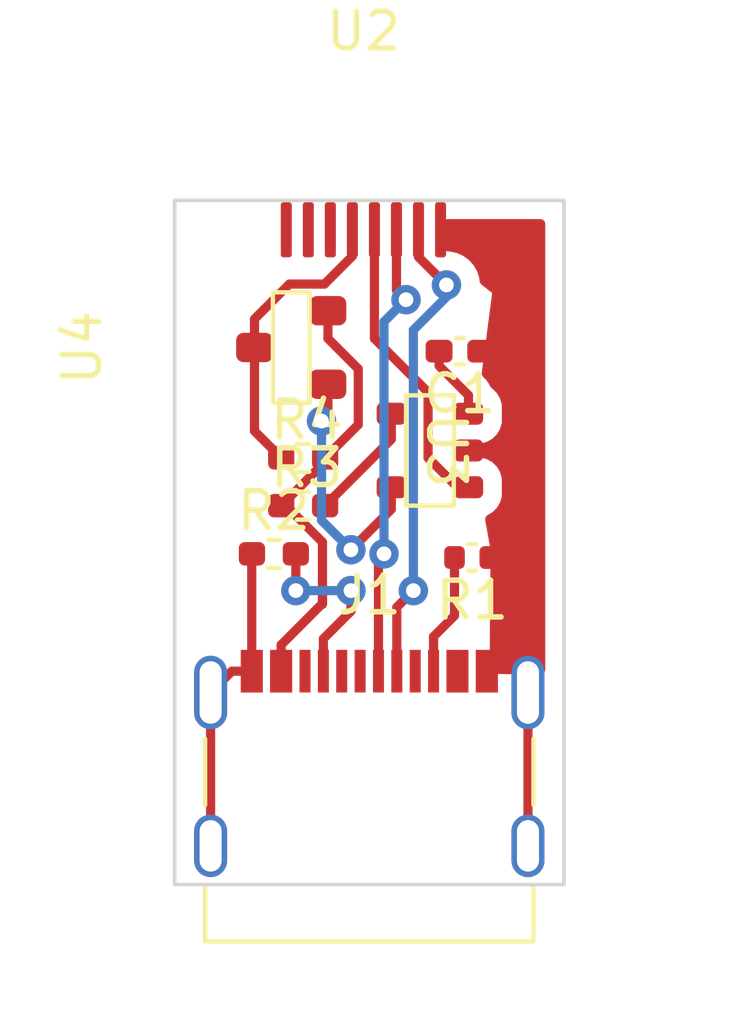
<source format=kicad_pcb>
(kicad_pcb (version 20211014) (generator pcbnew)
  (layers (0 "F.Cu" signal) (31 "B.Cu" signal) (34 "B.Paste" user) (35 "F.Paste" user) (36 "B.SilkS" user "B.Silkscreen") (37 "F.SilkS" user "F.Silkscreen") (38 "B.Mask" user) (39 "F.Mask" user) (44 "Edge.Cuts" user))
  (net 0 "")
  (net 1 "Net-(C1-Pad2)")
  (net 2 "Net-(C1-Pad1)")
  (net 3 "Net-(J1-PadA5)")
  (net 5 "Net-(J1-PadA4)")
  (net 7 "Net-(J1-PadB5)")
  (net 8 "Net-(J1-PadA7)")
  (net 11 "Net-(J1-PadB6)")
  (net 12 "Net-(R3-Pad1)")
  (net 13 "Net-(R4-Pad2)")
  (net 14 "Net-(U2-Pad5)")
  (net 16 "Net-(U3-Pad6)")
  (footprint "Resistor_SMD:R_0402_1005Metric_Pad0.72x0.64mm_HandSolder" (layer "F.Cu") (at 153.3 77.1 180)
    (fp_text reference "R3" (at -0.1 1.03) (layer "F.SilkS"))
    (fp_text value "R")
    (fp_line (start -0.167621 -0.38) (end 0.167621 -0.38) (layer "F.SilkS") (width 0.12))
    (fp_line (start -0.167621 0.38) (end 0.167621 0.38) (layer "F.SilkS") (width 0.12))
    (pad "1" smd roundrect (at -0.5975 0 180) (size 0.715 0.64) (layers "F.Cu" "F.Paste" "F.Mask") (net 12 "Net-(R3-Pad1)"))
    (pad "2" smd roundrect (at 0.5975 0 180) (size 0.715 0.64) (layers "F.Cu" "F.Paste" "F.Mask") (net 5 "Net-(J1-PadA4)"))
  )
  (footprint "TypeCtoLightning:USBTypeCtoLightning3415" (layer "F.Cu") (at 147.775 72.8 90)
    (fp_text reference "U4" (at 0 -0.5 90 unlocked) (layer "F.SilkS"))
    (fp_text value "3415")
    (fp_rect (start -1.5 5.7) (end 1.5 4.7) (layer "F.SilkS") (width 0.12) (fill none))
    (pad "1" smd roundrect (at -1 6.2 270) (size 0.8 1) (layers "F.Cu" "F.Paste" "F.Mask") (net 16 "Net-(U3-Pad6)"))
    (pad "2" smd roundrect (at 1 6.2 270) (size 0.8 1) (layers "F.Cu" "F.Paste" "F.Mask") (net 5 "Net-(J1-PadA4)"))
    (pad "3" smd roundrect (at 0 4.2 270) (size 0.8 1) (layers "F.Cu" "F.Paste" "F.Mask") (net 13 "Net-(R4-Pad2)"))
  )
  (footprint "Resistor_SMD:R_0402_1005Metric_Pad0.72x0.64mm_HandSolder" (layer "F.Cu") (at 152.5025 78.41)
    (fp_text reference "R2" (at 0 -1.17) (layer "F.SilkS"))
    (fp_text value "5.12k")
    (fp_line (start -0.167621 -0.38) (end 0.167621 -0.38) (layer "F.SilkS") (width 0.12))
    (fp_line (start -0.167621 0.38) (end 0.167621 0.38) (layer "F.SilkS") (width 0.12))
    (pad "1" smd roundrect (at -0.5975 0) (size 0.715 0.64) (layers "F.Cu" "F.Paste" "F.Mask") (net 2 "Net-(C1-Pad1)"))
    (pad "2" smd roundrect (at 0.5975 0) (size 0.715 0.64) (layers "F.Cu" "F.Paste" "F.Mask") (net 3 "Net-(J1-PadA5)"))
  )
  (footprint "TypeCtoLightning:USBTypeCtoLightinngMosfet" (layer "F.Cu") (at 156.7 75.6 -90)
    (fp_text reference "U3" (at 0 -0.5 -90 unlocked) (layer "F.SilkS"))
    (fp_text value "AD509")
    (fp_rect (start -1.5 -0.7) (end 1.5 0.6) (layer "F.SilkS") (width 0.12) (fill none))
    (pad "1" smd roundrect (at -1 -1.1 90) (size 0.6 0.8) (layers "F.Cu" "F.Paste" "F.Mask") (net 1 "Net-(C1-Pad2)"))
    (pad "2" smd roundrect (at 0 -1.1 90) (size 0.6 0.8) (layers "F.Cu" "F.Paste" "F.Mask") (net 2 "Net-(C1-Pad1)"))
    (pad "3" smd roundrect (at 1 -1.1 90) (size 0.6 0.8) (layers "F.Cu" "F.Paste" "F.Mask") (net 14 "Net-(U2-Pad5)"))
    (pad "4" smd roundrect (at -1 1 90) (size 0.6 0.8) (layers "F.Cu" "F.Paste" "F.Mask") (net 12 "Net-(R3-Pad1)"))
    (pad "6" smd roundrect (at 1 1 90) (size 0.6 0.8) (layers "F.Cu" "F.Paste" "F.Mask") (net 16 "Net-(U3-Pad6)"))
  )
  (footprint "Connector_USB:USB_C_Receptacle_Palconn_UTC16-G" (layer "F.Cu") (at 155.1 84.11)
    (fp_text reference "J1" (at 0 -4.58) (layer "F.SilkS"))
    (fp_text value "USB_C_Receptacle_USB2.0")
    (fp_line (start -4.47 -0.67) (end -4.47 1.13) (layer "F.SilkS") (width 0.12))
    (fp_line (start 4.47 4.84) (end -4.47 4.84) (layer "F.SilkS") (width 0.12))
    (fp_line (start -4.47 4.84) (end -4.47 3.38) (layer "F.SilkS") (width 0.12))
    (fp_line (start 4.47 -0.67) (end 4.47 1.13) (layer "F.SilkS") (width 0.12))
    (fp_line (start 4.47 4.84) (end 4.47 3.38) (layer "F.SilkS") (width 0.12))
    (pad "" np_thru_hole circle (at -2.89 -1.45 180) (size 0.6 0.6) (drill 0.6) (layers *.Cu *.Mask))
    (pad "" np_thru_hole circle (at 2.89 -1.45 180) (size 0.6 0.6) (drill 0.6) (layers *.Cu *.Mask))
    (pad "A1" smd rect (at -3.2 -2.51) (size 0.6 1.16) (layers "F.Cu" "F.Paste" "F.Mask") (net 2 "Net-(C1-Pad1)"))
    (pad "A4" smd rect (at -2.4 -2.51) (size 0.6 1.16) (layers "F.Cu" "F.Paste" "F.Mask") (net 5 "Net-(J1-PadA4)"))
    (pad "A5" smd rect (at -1.25 -2.51 180) (size 0.3 1.16) (layers "F.Cu" "F.Paste" "F.Mask") (net 3 "Net-(J1-PadA5)"))
    (pad "A6" smd rect (at -0.25 -2.51 180) (size 0.3 1.16) (layers "F.Cu" "F.Paste" "F.Mask"))
    (pad "A7" smd rect (at 0.25 -2.51 180) (size 0.3 1.16) (layers "F.Cu" "F.Paste" "F.Mask") (net 8 "Net-(J1-PadA7)"))
    (pad "A8" smd rect (at 1.25 -2.51 180) (size 0.3 1.16) (layers "F.Cu" "F.Paste" "F.Mask"))
    (pad "A9" smd rect (at 2.4 -2.51) (size 0.6 1.16) (layers "F.Cu" "F.Paste" "F.Mask") (net 5 "Net-(J1-PadA4)"))
    (pad "A12" smd rect (at 3.2 -2.51) (size 0.6 1.16) (layers "F.Cu" "F.Paste" "F.Mask") (net 2 "Net-(C1-Pad1)"))
    (pad "B1" smd rect (at 3.2 -2.51) (size 0.6 1.16) (layers "F.Cu" "F.Paste" "F.Mask") (net 2 "Net-(C1-Pad1)"))
    (pad "B4" smd rect (at 2.4 -2.51) (size 0.6 1.16) (layers "F.Cu" "F.Paste" "F.Mask") (net 5 "Net-(J1-PadA4)"))
    (pad "B5" smd rect (at 1.75 -2.51 180) (size 0.3 1.16) (layers "F.Cu" "F.Paste" "F.Mask") (net 7 "Net-(J1-PadB5)"))
    (pad "B6" smd rect (at 0.75 -2.51 180) (size 0.3 1.16) (layers "F.Cu" "F.Paste" "F.Mask") (net 11 "Net-(J1-PadB6)"))
    (pad "B7" smd rect (at -0.75 -2.51 180) (size 0.3 1.16) (layers "F.Cu" "F.Paste" "F.Mask"))
    (pad "B8" smd rect (at -1.75 -2.51 180) (size 0.3 1.16) (layers "F.Cu" "F.Paste" "F.Mask"))
    (pad "B9" smd rect (at -2.4 -2.51) (size 0.6 1.16) (layers "F.Cu" "F.Paste" "F.Mask") (net 5 "Net-(J1-PadA4)"))
    (pad "B12" smd rect (at -3.2 -2.51) (size 0.6 1.16) (layers "F.Cu" "F.Paste" "F.Mask") (net 2 "Net-(C1-Pad1)"))
    (pad "S1" thru_hole oval (at -4.32 -1.93 90) (size 2 0.9) (drill oval 1.7 0.6) (layers *.Cu *.Mask) (net 2 "Net-(C1-Pad1)"))
    (pad "S1" thru_hole oval (at 4.32 -1.93 90) (size 2 0.9) (drill oval 1.7 0.6) (layers *.Cu *.Mask) (net 2 "Net-(C1-Pad1)"))
    (pad "S1" thru_hole oval (at 4.32 2.24 90) (size 1.7 0.9) (drill oval 1.4 0.6) (layers *.Cu *.Mask) (net 2 "Net-(C1-Pad1)"))
    (pad "S1" thru_hole oval (at -4.32 2.24 90) (size 1.7 0.9) (drill oval 1.4 0.6) (layers *.Cu *.Mask) (net 2 "Net-(C1-Pad1)"))
  )
  (footprint "Capacitor_SMD:C_0402_1005Metric_Pad0.74x0.62mm_HandSolder" (layer "F.Cu") (at 157.5675 72.9 180)
    (fp_text reference "C1" (at 0 -1.16) (layer "F.SilkS"))
    (fp_text value "C")
    (fp_line (start -0.115835 0.36) (end 0.115835 0.36) (layer "F.SilkS") (width 0.12))
    (fp_line (start -0.115835 -0.36) (end 0.115835 -0.36) (layer "F.SilkS") (width 0.12))
    (pad "1" smd roundrect (at -0.5675 0 180) (size 0.735 0.62) (layers "F.Cu" "F.Paste" "F.Mask") (net 2 "Net-(C1-Pad1)"))
    (pad "2" smd roundrect (at 0.5675 0 180) (size 0.735 0.62) (layers "F.Cu" "F.Paste" "F.Mask") (net 1 "Net-(C1-Pad2)"))
  )
  (footprint "Resistor_SMD:R_0402_1005Metric_Pad0.72x0.64mm_HandSolder" (layer "F.Cu") (at 153.3 75.8 180)
    (fp_text reference "R4" (at -0.1 1.03) (layer "F.SilkS"))
    (fp_text value "R")
    (fp_line (start -0.167621 -0.38) (end 0.167621 -0.38) (layer "F.SilkS") (width 0.12))
    (fp_line (start -0.167621 0.38) (end 0.167621 0.38) (layer "F.SilkS") (width 0.12))
    (pad "1" smd roundrect (at -0.5975 0 180) (size 0.715 0.64) (layers "F.Cu" "F.Paste" "F.Mask") (net 5 "Net-(J1-PadA4)"))
    (pad "2" smd roundrect (at 0.5975 0 180) (size 0.715 0.64) (layers "F.Cu" "F.Paste" "F.Mask") (net 13 "Net-(R4-Pad2)"))
  )
  (footprint "Capacitor_SMD:C_0402_1005Metric" (layer "F.Cu") (at 157.9 78.51 180)
    (fp_text reference "R1" (at 0 -1.16 180) (layer "F.SilkS"))
    (fp_text value "5.12k")
    (fp_line (start -0.107836 0.36) (end 0.107836 0.36) (layer "F.SilkS") (width 0.12))
    (fp_line (start -0.107836 -0.36) (end 0.107836 -0.36) (layer "F.SilkS") (width 0.12))
    (pad "1" smd roundrect (at -0.48 0 180) (size 0.56 0.62) (layers "F.Cu" "F.Paste" "F.Mask") (net 2 "Net-(C1-Pad1)"))
    (pad "2" smd roundrect (at 0.48 0 180) (size 0.56 0.62) (layers "F.Cu" "F.Paste" "F.Mask") (net 7 "Net-(J1-PadB5)"))
  )
  (footprint "TypeCtoLightning:Lightning" (layer "F.Cu") (at 154.94 64.7)
    (fp_text reference "U2" (at 0 -0.5 unlocked) (layer "F.SilkS"))
    (fp_text value "LightningPlug8Pin")
    (pad "1" smd roundrect (at -2.1 4.9 180) (size 0.3 1.5) (layers "F.Cu" "F.Paste" "F.Mask"))
    (pad "2" smd roundrect (at -1.5 4.9 180) (size 0.3 1.5) (layers "F.Cu" "F.Paste" "F.Mask"))
    (pad "3" smd roundrect (at -0.9 4.9 180) (size 0.3 1.5) (layers "F.Cu" "F.Paste" "F.Mask"))
    (pad "4" smd roundrect (at -0.3 4.9 180) (size 0.3 1.5) (layers "F.Cu" "F.Paste" "F.Mask") (net 13 "Net-(R4-Pad2)"))
    (pad "5" smd roundrect (at 0.3 4.9 180) (size 0.3 1.5) (layers "F.Cu" "F.Paste" "F.Mask") (net 14 "Net-(U2-Pad5)"))
    (pad "6" smd roundrect (at 0.9 4.9 180) (size 0.3 1.5) (layers "F.Cu" "F.Paste" "F.Mask") (net 8 "Net-(J1-PadA7)"))
    (pad "7" smd roundrect (at 1.5 4.9 180) (size 0.3 1.5) (layers "F.Cu" "F.Paste" "F.Mask") (net 11 "Net-(J1-PadB6)"))
    (pad "8" smd roundrect (at 2.1 4.9 180) (size 0.3 1.5) (layers "F.Cu" "F.Paste" "F.Mask") (net 2 "Net-(C1-Pad1)"))
  )
  (gr_rect (start 149.8 87.4) (end 160.4 68.8) (layer "Edge.Cuts") (width 0.1) (fill none))
  (segment (start 157 73.3) (end 157.8 74.1) (width 0.25) (layer "F.Cu") (net 1))
  (segment (start 157.8 74.1) (end 157.8 74.6) (width 0.25) (layer "F.Cu") (net 1))
  (segment (start 157 72.9) (end 157 73.3) (width 0.25) (layer "F.Cu") (net 1))
  (segment (start 151.36 81.6) (end 150.78 82.18) (width 0.25) (layer "F.Cu") (net 2))
  (segment (start 157.04 69.6) (end 157.04 69.64) (width 0.25) (layer "F.Cu") (net 2))
  (segment (start 157.942462 75.6) (end 157.8 75.6) (width 0.25) (layer "F.Cu") (net 2))
  (segment (start 151.905 78.41) (end 151.9 78.415) (width 0.25) (layer "F.Cu") (net 2))
  (segment (start 157.04 69.2) (end 157.04 69.64) (width 0.25) (layer "F.Cu") (net 2))
  (segment (start 151.9 78.415) (end 151.9 81.6) (width 0.25) (layer "F.Cu") (net 2))
  (segment (start 159.42 82.18) (end 159.42 86.35) (width 0.25) (layer "F.Cu") (net 2))
  (segment (start 150.78 86.35) (end 150.78 82.18) (width 0.25) (layer "F.Cu") (net 2))
  (segment (start 158.525 78.365) (end 158.38 78.51) (width 0.25) (layer "F.Cu") (net 2))
  (segment (start 151.9 81.6) (end 151.36 81.6) (width 0.25) (layer "F.Cu") (net 2))
  (segment (start 157.04 69.914695) (end 157.04 69.6) (width 0.25) (layer "F.Cu") (net 2))
  (segment (start 157.8 75.6) (end 157.871751 75.6) (width 0.25) (layer "F.Cu") (net 2))
  (segment (start 158.38 78.51) (end 158.3 78.59) (width 0.25) (layer "F.Cu") (net 2))
  (segment (start 153.1 78.41) (end 153.1 79.31) (width 0.25) (layer "F.Cu") (net 3))
  (segment (start 153.1 79.31) (end 153.1 79.41) (width 0.25) (layer "F.Cu") (net 3))
  (segment (start 154.6 79.97) (end 153.85 80.72) (width 0.25) (layer "F.Cu") (net 3))
  (segment (start 154.6 79.41) (end 154.6 79.97) (width 0.25) (layer "F.Cu") (net 3))
  (segment (start 153.85 80.72) (end 153.85 81.6) (width 0.25) (layer "F.Cu") (net 3))
  (via (at 154.6 79.41) (size 0.8) (drill 0.4) (layers "F.Cu" "B.Cu") (net 3))
  (via (at 153.1 79.41) (size 0.8) (drill 0.4) (layers "F.Cu" "B.Cu") (net 3))
  (segment (start 154.6 79.41) (end 153.1 79.41) (width 0.25) (layer "B.Cu") (net 3))
  (segment (start 154.8 73.382538) (end 154.8 74.8975) (width 0.25) (layer "F.Cu") (net 5))
  (segment (start 153.975 71.8) (end 153.975 72.557538) (width 0.25) (layer "F.Cu") (net 5))
  (segment (start 153.825 78.091606) (end 153.825 79.785) (width 0.25) (layer "F.Cu") (net 5))
  (segment (start 153.8975 75.8) (end 153.8975 75.905) (width 0.25) (layer "F.Cu") (net 5))
  (segment (start 152.7 80.885305) (end 153.825 79.760305) (width 0.25) (layer "F.Cu") (net 5))
  (segment (start 152.7 81.6) (end 152.7 80.885305) (width 0.25) (layer "F.Cu") (net 5))
  (segment (start 153.975 72.557538) (end 154.8 73.382538) (width 0.25) (layer "F.Cu") (net 5))
  (segment (start 152.7025 77.1) (end 152.833394 77.1) (width 0.25) (layer "F.Cu") (net 5))
  (segment (start 153.8975 75.905) (end 152.7025 77.1) (width 0.25) (layer "F.Cu") (net 5))
  (segment (start 153.825 79.760305) (end 153.825 79.425) (width 0.25) (layer "F.Cu") (net 5))
  (segment (start 154.8 74.8975) (end 153.8975 75.8) (width 0.25) (layer "F.Cu") (net 5))
  (segment (start 152.833394 77.1) (end 153.825 78.091606) (width 0.25) (layer "F.Cu") (net 5))
  (segment (start 157.42 80.09) (end 156.85 80.66) (width 0.25) (layer "F.Cu") (net 7))
  (segment (start 157.42 78.51) (end 157.42 80.09) (width 0.25) (layer "F.Cu") (net 7))
  (segment (start 156.85 80.66) (end 156.85 81.6) (width 0.25) (layer "F.Cu") (net 7))
  (segment (start 155.35 81.6) (end 155.35 78.56) (width 0.25) (layer "F.Cu") (net 8))
  (segment (start 155.35 78.56) (end 155.5 78.41) (width 0.25) (layer "F.Cu") (net 8))
  (segment (start 155.84 69.2) (end 155.84 71.24) (width 0.25) (layer "F.Cu") (net 8))
  (segment (start 155.84 71.24) (end 156.1 71.5) (width 0.25) (layer "F.Cu") (net 8))
  (via (at 156.1 71.5) (size 0.8) (drill 0.4) (layers "F.Cu" "B.Cu") (net 8))
  (via (at 155.5 78.41) (size 0.8) (drill 0.4) (layers "F.Cu" "B.Cu") (net 8))
  (segment (start 155.5 72.1) (end 155.5 78.41) (width 0.25) (layer "B.Cu") (net 8))
  (segment (start 156.1 71.5) (end 155.5 72.1) (width 0.25) (layer "B.Cu") (net 8))
  (segment (start 155.85 79.86) (end 156.3 79.41) (width 0.25) (layer "F.Cu") (net 11))
  (segment (start 157.2 71.1) (end 156.44 70.34) (width 0.25) (layer "F.Cu") (net 11))
  (segment (start 155.85 81.6) (end 155.85 79.86) (width 0.25) (layer "F.Cu") (net 11))
  (segment (start 156.44 70.34) (end 156.44 69.2) (width 0.25) (layer "F.Cu") (net 11))
  (via (at 157.2 71.1) (size 0.8) (drill 0.4) (layers "F.Cu" "B.Cu") (net 11))
  (via (at 156.3 79.41) (size 0.8) (drill 0.4) (layers "F.Cu" "B.Cu") (net 11))
  (segment (start 157.2 71.1) (end 157.2 71.425305) (width 0.25) (layer "B.Cu") (net 11))
  (segment (start 156.225 79.335) (end 156.3 79.41) (width 0.25) (layer "B.Cu") (net 11))
  (segment (start 157.2 71.425305) (end 156.3 72.325305) (width 0.25) (layer "B.Cu") (net 11))
  (segment (start 156.3 72.325305) (end 156.3 79.41) (width 0.25) (layer "B.Cu") (net 11))
  (segment (start 155.7 75.2975) (end 153.8975 77.1) (width 0.25) (layer "F.Cu") (net 12))
  (segment (start 155.7 74.6) (end 155.7 75.2975) (width 0.25) (layer "F.Cu") (net 12))
  (segment (start 151.975 75.0725) (end 152.7025 75.8) (width 0.25) (layer "F.Cu") (net 13))
  (segment (start 153.880685 71.075) (end 154.64 70.315685) (width 0.25) (layer "F.Cu") (net 13))
  (segment (start 152.925 71.075) (end 153.880685 71.075) (width 0.25) (layer "F.Cu") (net 13))
  (segment (start 154.64 69.2) (end 154.64 70.06) (width 0.25) (layer "F.Cu") (net 13))
  (segment (start 151.975 72.8) (end 151.975 75.0725) (width 0.25) (layer "F.Cu") (net 13))
  (segment (start 151.975 72.8) (end 151.975 72.025) (width 0.25) (layer "F.Cu") (net 13))
  (segment (start 151.975 72.025) (end 152.925 71.075) (width 0.25) (layer "F.Cu") (net 13))
  (segment (start 154.64 70.315685) (end 154.64 69.6) (width 0.25) (layer "F.Cu") (net 13))
  (segment (start 155.24 69.2) (end 155.24 72.557033) (width 0.25) (layer "F.Cu") (net 14))
  (segment (start 155.24 72.557033) (end 156.7 74.017033) (width 0.25) (layer "F.Cu") (net 14))
  (segment (start 157.657538 76.6) (end 157.8 76.6) (width 0.25) (layer "F.Cu") (net 14))
  (segment (start 156.7 75.8) (end 157.4 76.5) (width 0.25) (layer "F.Cu") (net 14))
  (segment (start 156.7 74.017033) (end 156.7 75.8) (width 0.25) (layer "F.Cu") (net 14))
  (segment (start 155.7 77.2) (end 154.6 78.3) (width 0.25) (layer "F.Cu") (net 16))
  (segment (start 153.975 74.625) (end 153.8 74.8) (width 0.25) (layer "F.Cu") (net 16))
  (segment (start 153.975 73.8) (end 153.975 74.625) (width 0.25) (layer "F.Cu") (net 16))
  (segment (start 155.7 76.6) (end 155.7 77.2) (width 0.25) (layer "F.Cu") (net 16))
  (via (at 153.8 74.8) (size 0.8) (drill 0.4) (layers "F.Cu" "B.Cu") (net 16))
  (via (at 154.6 78.3) (size 0.8) (drill 0.4) (layers "F.Cu" "B.Cu") (net 16))
  (segment (start 153.8 77.5) (end 154.6 78.3) (width 0.25) (layer "B.Cu") (net 16))
  (segment (start 153.8 74.8) (end 153.8 77.5) (width 0.25) (layer "B.Cu") (net 16))
  (zone (net 2) (net_name "Net-(C1-Pad1)") (layer "F.Cu") (connect_pads yes (clearance 0.508)) (min_thickness 0.254) (fill yes (thermal_gap 0.508) (thermal_bridge_width 0.508))
    (polygon (pts (xy 161.1 81.7) (xy 158.3754 81.675801) (xy 158.4 78.3) (xy 157.9 75.5) (xy 158.444441 71.317886) (xy 157 70.2) (xy 157 68.4) (xy 161.1 68.4)))
  )
)
</source>
